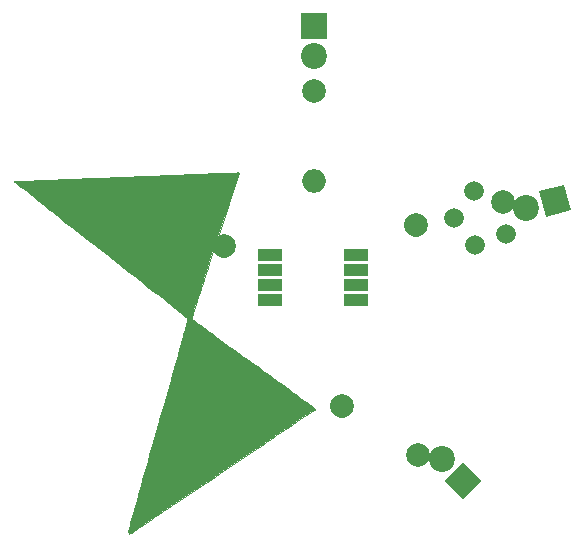
<source format=gbr>
G04 #@! TF.GenerationSoftware,KiCad,Pcbnew,5.0.0-4.fc30*
G04 #@! TF.CreationDate,2018-09-24T02:25:55-07:00*
G04 #@! TF.ProjectId,star,737461722E6B696361645F7063620000,rev?*
G04 #@! TF.SameCoordinates,Original*
G04 #@! TF.FileFunction,Soldermask,Top*
G04 #@! TF.FilePolarity,Negative*
%FSLAX46Y46*%
G04 Gerber Fmt 4.6, Leading zero omitted, Abs format (unit mm)*
G04 Created by KiCad (PCBNEW 5.0.0-4.fc30) date Mon Sep 24 02:25:55 2018*
%MOMM*%
%LPD*%
G01*
G04 APERTURE LIST*
%ADD10C,0.010000*%
%ADD11C,2.000000*%
%ADD12C,2.000000*%
%ADD13C,1.670000*%
%ADD14R,2.200000X2.200000*%
%ADD15C,2.200000*%
%ADD16C,0.100000*%
%ADD17O,2.000000X2.000000*%
%ADD18R,2.100000X1.050000*%
G04 APERTURE END LIST*
D10*
G04 #@! TO.C,G\002A\002A\002A*
G36*
X111807266Y-71520024D02*
X111813039Y-71520300D01*
X111919495Y-71527083D01*
X109914546Y-77707750D01*
X109753602Y-78204080D01*
X109596153Y-78690001D01*
X109442694Y-79163971D01*
X109293721Y-79624447D01*
X109149729Y-80069888D01*
X109011214Y-80498750D01*
X108878673Y-80909493D01*
X108752599Y-81300572D01*
X108633490Y-81670446D01*
X108521840Y-82017573D01*
X108418145Y-82340411D01*
X108322902Y-82637416D01*
X108236604Y-82907048D01*
X108159749Y-83147762D01*
X108092831Y-83358018D01*
X108036347Y-83536273D01*
X107990792Y-83680984D01*
X107956661Y-83790610D01*
X107934450Y-83863607D01*
X107924655Y-83898435D01*
X107924257Y-83901326D01*
X107942361Y-83914645D01*
X107993415Y-83951866D01*
X108076103Y-84012035D01*
X108189110Y-84094197D01*
X108331118Y-84197395D01*
X108500813Y-84320675D01*
X108696877Y-84463081D01*
X108917996Y-84623658D01*
X109162853Y-84801450D01*
X109430132Y-84995502D01*
X109718517Y-85204859D01*
X110026693Y-85428565D01*
X110353342Y-85665664D01*
X110697150Y-85915203D01*
X111056800Y-86176224D01*
X111430976Y-86447772D01*
X111818362Y-86728893D01*
X112217642Y-87018631D01*
X112627501Y-87316031D01*
X113046621Y-87620136D01*
X113182958Y-87719056D01*
X113604657Y-88025074D01*
X114017427Y-88324717D01*
X114419957Y-88617031D01*
X114810935Y-88901060D01*
X115189050Y-89175847D01*
X115552989Y-89440437D01*
X115901442Y-89693874D01*
X116233096Y-89935202D01*
X116546639Y-90163466D01*
X116840761Y-90377708D01*
X117114149Y-90576975D01*
X117365491Y-90760309D01*
X117593477Y-90926756D01*
X117796794Y-91075358D01*
X117974131Y-91205161D01*
X118124176Y-91315208D01*
X118245617Y-91404544D01*
X118337143Y-91472213D01*
X118397442Y-91517258D01*
X118425202Y-91538725D01*
X118427000Y-91540465D01*
X118409591Y-91553228D01*
X118358114Y-91588767D01*
X118273692Y-91646331D01*
X118157448Y-91725164D01*
X118010503Y-91824513D01*
X117833981Y-91943624D01*
X117629005Y-92081744D01*
X117396698Y-92238119D01*
X117138182Y-92411995D01*
X116854580Y-92602618D01*
X116547015Y-92809235D01*
X116216610Y-93031092D01*
X115864487Y-93267436D01*
X115491770Y-93517512D01*
X115099581Y-93780567D01*
X114689042Y-94055847D01*
X114261278Y-94342599D01*
X113817410Y-94640068D01*
X113358561Y-94947502D01*
X112885854Y-95264146D01*
X112400413Y-95589246D01*
X111903359Y-95922050D01*
X111395815Y-96261803D01*
X110878905Y-96607751D01*
X110681667Y-96739735D01*
X110018760Y-97183358D01*
X109390406Y-97603958D01*
X108795932Y-98001989D01*
X108234664Y-98377906D01*
X107705930Y-98732161D01*
X107209055Y-99065210D01*
X106743367Y-99377506D01*
X106308191Y-99669504D01*
X105902855Y-99941657D01*
X105526685Y-100194421D01*
X105179008Y-100428248D01*
X104859149Y-100643593D01*
X104566437Y-100840911D01*
X104300197Y-101020654D01*
X104059755Y-101183278D01*
X103844440Y-101329237D01*
X103653576Y-101458984D01*
X103486491Y-101572974D01*
X103342511Y-101671661D01*
X103220962Y-101755499D01*
X103121172Y-101824942D01*
X103042467Y-101880444D01*
X102984174Y-101922459D01*
X102945619Y-101951442D01*
X102926128Y-101967846D01*
X102923326Y-101971457D01*
X102901029Y-102008978D01*
X102861446Y-102014093D01*
X102815234Y-102021649D01*
X102754178Y-102048188D01*
X102725075Y-102065594D01*
X102665326Y-102103909D01*
X102632381Y-102119887D01*
X102618390Y-102115501D01*
X102615500Y-102093127D01*
X102622728Y-102051034D01*
X102636048Y-102008709D01*
X102646041Y-101968197D01*
X102628099Y-101948809D01*
X102604298Y-101941536D01*
X102565029Y-101927042D01*
X102552017Y-101914830D01*
X102557701Y-101893757D01*
X102574509Y-101833239D01*
X102602073Y-101734576D01*
X102640029Y-101599068D01*
X102688010Y-101428015D01*
X102745651Y-101222716D01*
X102812585Y-100984471D01*
X102888448Y-100714580D01*
X102972872Y-100414343D01*
X103065493Y-100085060D01*
X103165944Y-99728030D01*
X103273860Y-99344553D01*
X103388874Y-98935929D01*
X103510621Y-98503458D01*
X103638736Y-98048440D01*
X103772852Y-97572173D01*
X103912603Y-97075959D01*
X104057623Y-96561097D01*
X104207548Y-96028887D01*
X104362010Y-95480628D01*
X104520645Y-94917621D01*
X104683086Y-94341164D01*
X104848967Y-93752559D01*
X105017923Y-93153104D01*
X105090721Y-92894833D01*
X105294657Y-92171307D01*
X105487402Y-91487408D01*
X105669265Y-90842021D01*
X105840556Y-90234031D01*
X106001582Y-89662323D01*
X106152652Y-89125781D01*
X106294075Y-88623291D01*
X106426159Y-88153738D01*
X106549214Y-87716007D01*
X106663548Y-87308983D01*
X106769469Y-86931551D01*
X106867286Y-86582597D01*
X106957308Y-86261004D01*
X107039844Y-85965659D01*
X107115201Y-85695445D01*
X107183690Y-85449249D01*
X107245618Y-85225955D01*
X107301294Y-85024449D01*
X107351027Y-84843615D01*
X107395126Y-84682338D01*
X107433899Y-84539503D01*
X107467654Y-84413996D01*
X107496701Y-84304702D01*
X107521348Y-84210505D01*
X107541903Y-84130291D01*
X107558676Y-84062944D01*
X107571976Y-84007350D01*
X107582110Y-83962394D01*
X107589387Y-83926960D01*
X107594116Y-83899935D01*
X107596606Y-83880202D01*
X107597166Y-83866646D01*
X107596103Y-83858154D01*
X107593728Y-83853610D01*
X107593662Y-83853545D01*
X107574783Y-83838238D01*
X107523699Y-83797599D01*
X107441478Y-83732472D01*
X107329190Y-83643697D01*
X107187903Y-83532116D01*
X107018685Y-83398572D01*
X106822604Y-83243904D01*
X106600730Y-83068956D01*
X106354130Y-82874569D01*
X106083874Y-82661585D01*
X105791029Y-82430844D01*
X105476664Y-82183190D01*
X105141848Y-81919463D01*
X104787650Y-81640505D01*
X104415137Y-81347158D01*
X104025378Y-81040264D01*
X103619442Y-80720664D01*
X103198398Y-80389200D01*
X102763313Y-80046714D01*
X102315256Y-79694046D01*
X101855296Y-79332040D01*
X101384501Y-78961537D01*
X100903939Y-78583377D01*
X100414680Y-78198404D01*
X100234250Y-78056440D01*
X99742365Y-77669424D01*
X99258898Y-77289029D01*
X98784914Y-76916089D01*
X98321474Y-76551443D01*
X97869642Y-76195926D01*
X97430481Y-75850375D01*
X97005054Y-75515626D01*
X96594425Y-75192517D01*
X96199656Y-74881884D01*
X95821811Y-74584563D01*
X95461953Y-74301392D01*
X95121144Y-74033206D01*
X94800449Y-73780843D01*
X94500930Y-73545138D01*
X94223651Y-73326929D01*
X93969674Y-73127053D01*
X93740062Y-72946345D01*
X93535880Y-72785643D01*
X93358189Y-72645782D01*
X93208054Y-72527601D01*
X93086537Y-72431934D01*
X92994702Y-72359620D01*
X92933611Y-72311494D01*
X92904328Y-72288393D01*
X92901763Y-72286352D01*
X92903708Y-72267735D01*
X92925384Y-72266155D01*
X92987950Y-72262973D01*
X93089997Y-72258246D01*
X93230116Y-72252032D01*
X93406895Y-72244388D01*
X93618926Y-72235372D01*
X93864799Y-72225040D01*
X94143102Y-72213451D01*
X94452428Y-72200661D01*
X94791365Y-72186729D01*
X95158504Y-72171711D01*
X95552434Y-72155665D01*
X95971747Y-72138648D01*
X96415032Y-72120718D01*
X96880879Y-72101931D01*
X97367879Y-72082347D01*
X97874620Y-72062020D01*
X98399695Y-72041011D01*
X98941692Y-72019374D01*
X99499201Y-71997169D01*
X100070814Y-71974452D01*
X100655119Y-71951281D01*
X101250707Y-71927713D01*
X101474445Y-71918872D01*
X102082393Y-71894858D01*
X102683360Y-71871117D01*
X103275748Y-71847711D01*
X103857961Y-71824705D01*
X104428401Y-71802162D01*
X104985473Y-71780143D01*
X105527579Y-71758714D01*
X106053122Y-71737936D01*
X106560507Y-71717873D01*
X107048137Y-71698589D01*
X107514414Y-71680146D01*
X107957742Y-71662607D01*
X108376524Y-71646036D01*
X108769164Y-71630496D01*
X109134064Y-71616049D01*
X109469629Y-71602760D01*
X109774262Y-71590692D01*
X110046365Y-71579907D01*
X110284343Y-71570468D01*
X110486597Y-71562439D01*
X110651533Y-71555884D01*
X110777552Y-71550864D01*
X110863059Y-71547444D01*
X110870500Y-71547145D01*
X111059108Y-71539837D01*
X111238287Y-71533422D01*
X111402737Y-71528050D01*
X111547160Y-71523874D01*
X111666255Y-71521043D01*
X111754723Y-71519710D01*
X111807266Y-71520024D01*
X111807266Y-71520024D01*
G37*
X111807266Y-71520024D02*
X111813039Y-71520300D01*
X111919495Y-71527083D01*
X109914546Y-77707750D01*
X109753602Y-78204080D01*
X109596153Y-78690001D01*
X109442694Y-79163971D01*
X109293721Y-79624447D01*
X109149729Y-80069888D01*
X109011214Y-80498750D01*
X108878673Y-80909493D01*
X108752599Y-81300572D01*
X108633490Y-81670446D01*
X108521840Y-82017573D01*
X108418145Y-82340411D01*
X108322902Y-82637416D01*
X108236604Y-82907048D01*
X108159749Y-83147762D01*
X108092831Y-83358018D01*
X108036347Y-83536273D01*
X107990792Y-83680984D01*
X107956661Y-83790610D01*
X107934450Y-83863607D01*
X107924655Y-83898435D01*
X107924257Y-83901326D01*
X107942361Y-83914645D01*
X107993415Y-83951866D01*
X108076103Y-84012035D01*
X108189110Y-84094197D01*
X108331118Y-84197395D01*
X108500813Y-84320675D01*
X108696877Y-84463081D01*
X108917996Y-84623658D01*
X109162853Y-84801450D01*
X109430132Y-84995502D01*
X109718517Y-85204859D01*
X110026693Y-85428565D01*
X110353342Y-85665664D01*
X110697150Y-85915203D01*
X111056800Y-86176224D01*
X111430976Y-86447772D01*
X111818362Y-86728893D01*
X112217642Y-87018631D01*
X112627501Y-87316031D01*
X113046621Y-87620136D01*
X113182958Y-87719056D01*
X113604657Y-88025074D01*
X114017427Y-88324717D01*
X114419957Y-88617031D01*
X114810935Y-88901060D01*
X115189050Y-89175847D01*
X115552989Y-89440437D01*
X115901442Y-89693874D01*
X116233096Y-89935202D01*
X116546639Y-90163466D01*
X116840761Y-90377708D01*
X117114149Y-90576975D01*
X117365491Y-90760309D01*
X117593477Y-90926756D01*
X117796794Y-91075358D01*
X117974131Y-91205161D01*
X118124176Y-91315208D01*
X118245617Y-91404544D01*
X118337143Y-91472213D01*
X118397442Y-91517258D01*
X118425202Y-91538725D01*
X118427000Y-91540465D01*
X118409591Y-91553228D01*
X118358114Y-91588767D01*
X118273692Y-91646331D01*
X118157448Y-91725164D01*
X118010503Y-91824513D01*
X117833981Y-91943624D01*
X117629005Y-92081744D01*
X117396698Y-92238119D01*
X117138182Y-92411995D01*
X116854580Y-92602618D01*
X116547015Y-92809235D01*
X116216610Y-93031092D01*
X115864487Y-93267436D01*
X115491770Y-93517512D01*
X115099581Y-93780567D01*
X114689042Y-94055847D01*
X114261278Y-94342599D01*
X113817410Y-94640068D01*
X113358561Y-94947502D01*
X112885854Y-95264146D01*
X112400413Y-95589246D01*
X111903359Y-95922050D01*
X111395815Y-96261803D01*
X110878905Y-96607751D01*
X110681667Y-96739735D01*
X110018760Y-97183358D01*
X109390406Y-97603958D01*
X108795932Y-98001989D01*
X108234664Y-98377906D01*
X107705930Y-98732161D01*
X107209055Y-99065210D01*
X106743367Y-99377506D01*
X106308191Y-99669504D01*
X105902855Y-99941657D01*
X105526685Y-100194421D01*
X105179008Y-100428248D01*
X104859149Y-100643593D01*
X104566437Y-100840911D01*
X104300197Y-101020654D01*
X104059755Y-101183278D01*
X103844440Y-101329237D01*
X103653576Y-101458984D01*
X103486491Y-101572974D01*
X103342511Y-101671661D01*
X103220962Y-101755499D01*
X103121172Y-101824942D01*
X103042467Y-101880444D01*
X102984174Y-101922459D01*
X102945619Y-101951442D01*
X102926128Y-101967846D01*
X102923326Y-101971457D01*
X102901029Y-102008978D01*
X102861446Y-102014093D01*
X102815234Y-102021649D01*
X102754178Y-102048188D01*
X102725075Y-102065594D01*
X102665326Y-102103909D01*
X102632381Y-102119887D01*
X102618390Y-102115501D01*
X102615500Y-102093127D01*
X102622728Y-102051034D01*
X102636048Y-102008709D01*
X102646041Y-101968197D01*
X102628099Y-101948809D01*
X102604298Y-101941536D01*
X102565029Y-101927042D01*
X102552017Y-101914830D01*
X102557701Y-101893757D01*
X102574509Y-101833239D01*
X102602073Y-101734576D01*
X102640029Y-101599068D01*
X102688010Y-101428015D01*
X102745651Y-101222716D01*
X102812585Y-100984471D01*
X102888448Y-100714580D01*
X102972872Y-100414343D01*
X103065493Y-100085060D01*
X103165944Y-99728030D01*
X103273860Y-99344553D01*
X103388874Y-98935929D01*
X103510621Y-98503458D01*
X103638736Y-98048440D01*
X103772852Y-97572173D01*
X103912603Y-97075959D01*
X104057623Y-96561097D01*
X104207548Y-96028887D01*
X104362010Y-95480628D01*
X104520645Y-94917621D01*
X104683086Y-94341164D01*
X104848967Y-93752559D01*
X105017923Y-93153104D01*
X105090721Y-92894833D01*
X105294657Y-92171307D01*
X105487402Y-91487408D01*
X105669265Y-90842021D01*
X105840556Y-90234031D01*
X106001582Y-89662323D01*
X106152652Y-89125781D01*
X106294075Y-88623291D01*
X106426159Y-88153738D01*
X106549214Y-87716007D01*
X106663548Y-87308983D01*
X106769469Y-86931551D01*
X106867286Y-86582597D01*
X106957308Y-86261004D01*
X107039844Y-85965659D01*
X107115201Y-85695445D01*
X107183690Y-85449249D01*
X107245618Y-85225955D01*
X107301294Y-85024449D01*
X107351027Y-84843615D01*
X107395126Y-84682338D01*
X107433899Y-84539503D01*
X107467654Y-84413996D01*
X107496701Y-84304702D01*
X107521348Y-84210505D01*
X107541903Y-84130291D01*
X107558676Y-84062944D01*
X107571976Y-84007350D01*
X107582110Y-83962394D01*
X107589387Y-83926960D01*
X107594116Y-83899935D01*
X107596606Y-83880202D01*
X107597166Y-83866646D01*
X107596103Y-83858154D01*
X107593728Y-83853610D01*
X107593662Y-83853545D01*
X107574783Y-83838238D01*
X107523699Y-83797599D01*
X107441478Y-83732472D01*
X107329190Y-83643697D01*
X107187903Y-83532116D01*
X107018685Y-83398572D01*
X106822604Y-83243904D01*
X106600730Y-83068956D01*
X106354130Y-82874569D01*
X106083874Y-82661585D01*
X105791029Y-82430844D01*
X105476664Y-82183190D01*
X105141848Y-81919463D01*
X104787650Y-81640505D01*
X104415137Y-81347158D01*
X104025378Y-81040264D01*
X103619442Y-80720664D01*
X103198398Y-80389200D01*
X102763313Y-80046714D01*
X102315256Y-79694046D01*
X101855296Y-79332040D01*
X101384501Y-78961537D01*
X100903939Y-78583377D01*
X100414680Y-78198404D01*
X100234250Y-78056440D01*
X99742365Y-77669424D01*
X99258898Y-77289029D01*
X98784914Y-76916089D01*
X98321474Y-76551443D01*
X97869642Y-76195926D01*
X97430481Y-75850375D01*
X97005054Y-75515626D01*
X96594425Y-75192517D01*
X96199656Y-74881884D01*
X95821811Y-74584563D01*
X95461953Y-74301392D01*
X95121144Y-74033206D01*
X94800449Y-73780843D01*
X94500930Y-73545138D01*
X94223651Y-73326929D01*
X93969674Y-73127053D01*
X93740062Y-72946345D01*
X93535880Y-72785643D01*
X93358189Y-72645782D01*
X93208054Y-72527601D01*
X93086537Y-72431934D01*
X92994702Y-72359620D01*
X92933611Y-72311494D01*
X92904328Y-72288393D01*
X92901763Y-72286352D01*
X92903708Y-72267735D01*
X92925384Y-72266155D01*
X92987950Y-72262973D01*
X93089997Y-72258246D01*
X93230116Y-72252032D01*
X93406895Y-72244388D01*
X93618926Y-72235372D01*
X93864799Y-72225040D01*
X94143102Y-72213451D01*
X94452428Y-72200661D01*
X94791365Y-72186729D01*
X95158504Y-72171711D01*
X95552434Y-72155665D01*
X95971747Y-72138648D01*
X96415032Y-72120718D01*
X96880879Y-72101931D01*
X97367879Y-72082347D01*
X97874620Y-72062020D01*
X98399695Y-72041011D01*
X98941692Y-72019374D01*
X99499201Y-71997169D01*
X100070814Y-71974452D01*
X100655119Y-71951281D01*
X101250707Y-71927713D01*
X101474445Y-71918872D01*
X102082393Y-71894858D01*
X102683360Y-71871117D01*
X103275748Y-71847711D01*
X103857961Y-71824705D01*
X104428401Y-71802162D01*
X104985473Y-71780143D01*
X105527579Y-71758714D01*
X106053122Y-71737936D01*
X106560507Y-71717873D01*
X107048137Y-71698589D01*
X107514414Y-71680146D01*
X107957742Y-71662607D01*
X108376524Y-71646036D01*
X108769164Y-71630496D01*
X109134064Y-71616049D01*
X109469629Y-71602760D01*
X109774262Y-71590692D01*
X110046365Y-71579907D01*
X110284343Y-71570468D01*
X110486597Y-71562439D01*
X110651533Y-71555884D01*
X110777552Y-71550864D01*
X110863059Y-71547444D01*
X110870500Y-71547145D01*
X111059108Y-71539837D01*
X111238287Y-71533422D01*
X111402737Y-71528050D01*
X111547160Y-71523874D01*
X111666255Y-71521043D01*
X111754723Y-71519710D01*
X111807266Y-71520024D01*
G04 #@! TD*
D11*
G04 #@! TO.C,R2*
X134300000Y-74000000D03*
X126939645Y-75972201D03*
D12*
X126939645Y-75972201D02*
X126939645Y-75972201D01*
G04 #@! TD*
D13*
G04 #@! TO.C,*
X131828237Y-73050887D03*
G04 #@! TD*
G04 #@! TO.C,*
X130193449Y-75352653D03*
G04 #@! TD*
G04 #@! TO.C,*
X134540922Y-76761367D03*
G04 #@! TD*
G04 #@! TO.C,*
X131945173Y-77646239D03*
G04 #@! TD*
D14*
G04 #@! TO.C,D1*
X118300000Y-59100000D03*
D15*
X118300000Y-61640000D03*
G04 #@! TD*
G04 #@! TO.C,D2*
X136246548Y-74557400D03*
X138700000Y-73900000D03*
D16*
G36*
X139477817Y-72552781D02*
X140047219Y-74677817D01*
X137922183Y-75247219D01*
X137352781Y-73122183D01*
X139477817Y-72552781D01*
X139477817Y-72552781D01*
G37*
G04 #@! TD*
D15*
G04 #@! TO.C,D3*
X130900000Y-97600000D03*
D16*
G36*
X132455635Y-97600000D02*
X130900000Y-99155635D01*
X129344365Y-97600000D01*
X130900000Y-96044365D01*
X132455635Y-97600000D01*
X132455635Y-97600000D01*
G37*
D15*
X129103949Y-95803949D03*
G04 #@! TD*
G04 #@! TO.C,D4*
X107300000Y-96000000D03*
X105503949Y-97796051D03*
D16*
G36*
X105503949Y-99351686D02*
X103948314Y-97796051D01*
X105503949Y-96240416D01*
X107059584Y-97796051D01*
X105503949Y-99351686D01*
X105503949Y-99351686D01*
G37*
G04 #@! TD*
D15*
G04 #@! TO.C,D5*
X97800000Y-73900000D03*
D16*
G36*
X96452781Y-74677817D02*
X97022183Y-72552781D01*
X99147219Y-73122183D01*
X98577817Y-75247219D01*
X96452781Y-74677817D01*
X96452781Y-74677817D01*
G37*
D15*
X100253452Y-74557400D03*
G04 #@! TD*
D11*
G04 #@! TO.C,R1*
X118300000Y-64600000D03*
D17*
X118300000Y-72220000D03*
G04 #@! TD*
D18*
G04 #@! TO.C,U1*
X114550000Y-78495000D03*
X114550000Y-79765000D03*
X114550000Y-81035000D03*
X114550000Y-82305000D03*
X121850000Y-82305000D03*
X121850000Y-81035000D03*
X121850000Y-79765000D03*
X121850000Y-78495000D03*
G04 #@! TD*
D11*
G04 #@! TO.C,R3*
X120709331Y-91299850D03*
D12*
X120709331Y-91299850D02*
X120709331Y-91299850D01*
D11*
X127100000Y-95450000D03*
G04 #@! TD*
G04 #@! TO.C,R4*
X109500000Y-95450000D03*
X115890670Y-91299851D03*
D12*
X115890670Y-91299851D02*
X115890670Y-91299851D01*
G04 #@! TD*
D11*
G04 #@! TO.C,R5*
X110660355Y-77772201D03*
D12*
X110660355Y-77772201D02*
X110660355Y-77772201D01*
D11*
X103300000Y-75800000D03*
G04 #@! TD*
M02*

</source>
